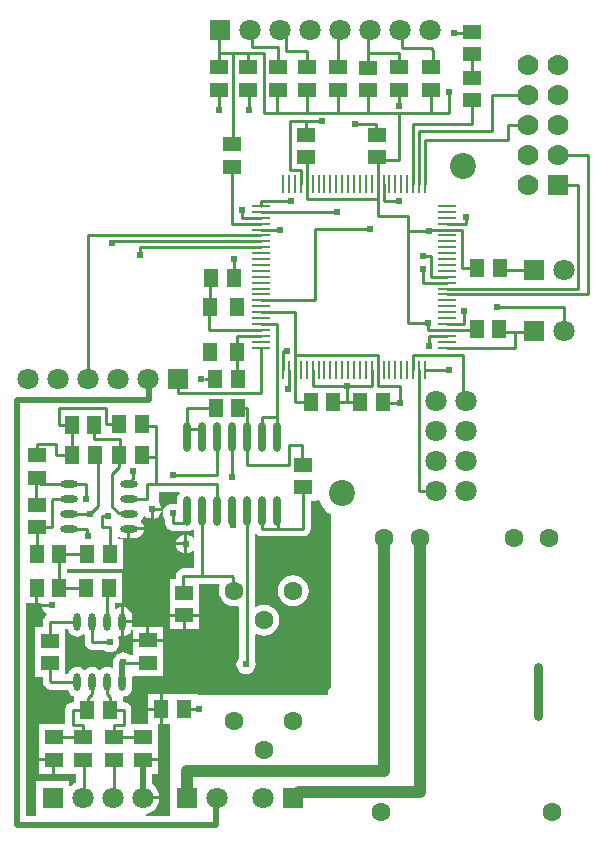
<source format=gtl>
%FSLAX25Y25*%
%MOIN*%
G70*
G01*
G75*
G04 Layer_Physical_Order=1*
G04 Layer_Color=255*
%ADD10O,0.02756X0.09843*%
%ADD11R,0.05118X0.05906*%
%ADD12R,0.05906X0.05118*%
%ADD13R,0.05118X0.06299*%
%ADD14R,0.05906X0.01063*%
%ADD15R,0.01063X0.05906*%
%ADD16O,0.05906X0.02362*%
%ADD17O,0.02362X0.05906*%
%ADD18C,0.04000*%
%ADD19C,0.01000*%
%ADD20C,0.02000*%
%ADD21C,0.03000*%
%ADD22C,0.06299*%
%ADD23R,0.07000X0.07000*%
%ADD24C,0.07000*%
%ADD25C,0.07087*%
%ADD26R,0.07087X0.07087*%
%ADD27C,0.08661*%
%ADD28C,0.02400*%
G36*
X57028Y113440D02*
X56557Y112826D01*
X56217Y112004D01*
X56101Y111122D01*
Y110036D01*
X55685Y109759D01*
X55560Y109810D01*
X54724Y109921D01*
X53889Y109810D01*
X53111Y109488D01*
X52442Y108975D01*
X51929Y108307D01*
X51607Y107528D01*
X51497Y106693D01*
X51607Y105858D01*
X51929Y105079D01*
X52175Y104758D01*
Y103543D01*
X52369Y102568D01*
X52922Y101741D01*
X53060Y101603D01*
X53887Y101051D01*
X54862Y100856D01*
X58355D01*
X58626Y100744D01*
X59508Y100628D01*
X60390Y100744D01*
X61211Y101085D01*
X61510Y101314D01*
X61959Y101093D01*
Y98707D01*
X61485Y98546D01*
X61337Y98739D01*
X60669Y99252D01*
X59891Y99574D01*
X59555Y99619D01*
Y96456D01*
Y93295D01*
X59891Y93339D01*
X60669Y93661D01*
X61337Y94174D01*
X61485Y94367D01*
X61959Y94207D01*
Y88317D01*
X58327D01*
X57351Y88123D01*
X56524Y87570D01*
X55972Y86743D01*
X55778Y85768D01*
Y84677D01*
X53709D01*
Y75559D01*
Y73138D01*
X63614D01*
Y75559D01*
Y83219D01*
X70131D01*
X70409Y82803D01*
X70180Y82250D01*
X70003Y80905D01*
X70180Y79561D01*
X70699Y78308D01*
X71524Y77233D01*
X72600Y76407D01*
X73852Y75889D01*
X75197Y75712D01*
X76541Y75889D01*
X76543Y75889D01*
X76959Y75612D01*
Y58664D01*
X76852Y58582D01*
X76339Y57913D01*
X76016Y57135D01*
X75906Y56299D01*
X76016Y55464D01*
X76339Y54685D01*
X76852Y54017D01*
X77520Y53504D01*
X78298Y53182D01*
X79134Y53072D01*
X79969Y53182D01*
X80748Y53504D01*
X81416Y54017D01*
X81929Y54685D01*
X82252Y55464D01*
X82362Y56299D01*
X82252Y57135D01*
X82057Y57604D01*
Y66274D01*
X82473Y66552D01*
X83695Y66046D01*
X85039Y65869D01*
X86384Y66046D01*
X87636Y66565D01*
X88712Y67390D01*
X89538Y68466D01*
X90056Y69719D01*
X90233Y71063D01*
X90056Y72407D01*
X89538Y73660D01*
X88712Y74736D01*
X87636Y75561D01*
X86384Y76080D01*
X85039Y76257D01*
X83695Y76080D01*
X82473Y75574D01*
X82057Y75852D01*
Y99882D01*
X82535Y100027D01*
X82705Y99772D01*
X83532Y99220D01*
X84508Y99026D01*
X98130D01*
X99105Y99220D01*
X99932Y99772D01*
X100485Y100599D01*
X100679Y101575D01*
Y110894D01*
X102984D01*
Y110951D01*
X103479Y111024D01*
X103684Y110346D01*
X104419Y108973D01*
X105406Y107769D01*
X106610Y106781D01*
X107480Y106316D01*
Y48884D01*
X106939Y48179D01*
X106536Y47206D01*
X106399Y46161D01*
Y45967D01*
X63024D01*
Y46291D01*
X51484D01*
Y41338D01*
Y36386D01*
X53740D01*
Y5880D01*
X45967D01*
X45934Y6379D01*
X46172Y6410D01*
X47520Y6969D01*
X48678Y7858D01*
X49567Y9015D01*
X50125Y10364D01*
X50250Y11311D01*
X44723D01*
Y12311D01*
X50250D01*
X50125Y13258D01*
X49567Y14607D01*
X48678Y15765D01*
X47750Y16476D01*
Y19949D01*
X49933D01*
Y24008D01*
X44979D01*
Y25008D01*
X49933D01*
Y27429D01*
Y36386D01*
X50484D01*
Y40839D01*
X46425D01*
Y36547D01*
X40935D01*
Y41240D01*
X40741Y42216D01*
X40188Y43043D01*
X39361Y43595D01*
X38386Y43789D01*
X38319D01*
Y45565D01*
X38744Y45621D01*
X39518Y45942D01*
X40182Y46452D01*
X40692Y47116D01*
X41013Y47890D01*
X41122Y48720D01*
Y52264D01*
X41136Y52282D01*
X41504Y52331D01*
X41504Y52331D01*
X41504Y52331D01*
X51409D01*
Y59811D01*
Y63870D01*
X41504D01*
Y59811D01*
Y59439D01*
X40380D01*
X39803Y59882D01*
X39024Y60204D01*
X38189Y60314D01*
X37354Y60204D01*
X36575Y59882D01*
X35907Y59369D01*
X35831Y59270D01*
X35774Y59226D01*
X35293Y58600D01*
X34991Y57870D01*
X34887Y57087D01*
Y55339D01*
X34472Y55062D01*
X33744Y55363D01*
X32913Y55472D01*
X32083Y55363D01*
X31309Y55042D01*
X30645Y54533D01*
X30182D01*
X29518Y55042D01*
X28744Y55363D01*
X27913Y55472D01*
X27083Y55363D01*
X26309Y55042D01*
X25645Y54533D01*
X25182D01*
X24518Y55042D01*
X23744Y55363D01*
X22913Y55472D01*
X22083Y55363D01*
X21309Y55042D01*
X20645Y54533D01*
X20135Y53868D01*
X19814Y53094D01*
X19807Y53041D01*
X18831D01*
Y59713D01*
Y68022D01*
X19807D01*
X19814Y67969D01*
X20135Y67195D01*
X20645Y66530D01*
X21309Y66021D01*
X22083Y65700D01*
X22913Y65591D01*
X23744Y65700D01*
X24518Y66021D01*
X24916Y66326D01*
X25364Y66105D01*
Y63681D01*
X25558Y62706D01*
X26111Y61879D01*
X26938Y61326D01*
X27913Y61132D01*
X31825D01*
X32146Y60886D01*
X32925Y60563D01*
X33760Y60453D01*
X34595Y60563D01*
X35374Y60886D01*
X36042Y61399D01*
X36555Y62067D01*
X36878Y62846D01*
X36988Y63681D01*
X36878Y64517D01*
X36555Y65295D01*
X36441Y65443D01*
X36746Y65840D01*
X37083Y65700D01*
X37413Y65657D01*
Y70570D01*
Y75485D01*
X37083Y75442D01*
X36309Y75121D01*
X35911Y74816D01*
X35462Y75037D01*
Y76839D01*
X37925D01*
Y86744D01*
X19380D01*
Y88256D01*
X21390D01*
Y88256D01*
X21390D01*
X21390Y88256D01*
X21721D01*
Y88256D01*
X38319D01*
Y98161D01*
X36573D01*
X36460Y98648D01*
X36757Y98795D01*
X36782Y98776D01*
X37555Y98456D01*
X38386Y98347D01*
X39658D01*
Y101556D01*
X40156D01*
Y102055D01*
X45072D01*
X45028Y102386D01*
X44708Y103159D01*
X44198Y103824D01*
Y104286D01*
X44708Y104951D01*
X45028Y105725D01*
X45504Y105852D01*
X45552Y105789D01*
X46221Y105276D01*
X46999Y104953D01*
X47335Y104909D01*
Y108072D01*
X47834D01*
Y108571D01*
X50996D01*
X50952Y108906D01*
X50630Y109685D01*
X50117Y110353D01*
X49869Y110543D01*
X50091Y110875D01*
X50285Y111850D01*
X50285Y111850D01*
X50285Y111850D01*
Y111850D01*
Y113888D01*
X56807D01*
X57028Y113440D01*
D02*
G37*
G36*
X9850Y76839D02*
X10876D01*
X11205Y76463D01*
X11208Y76484D01*
X14371D01*
Y75484D01*
X11208D01*
X11253Y75149D01*
X11575Y74370D01*
X12088Y73702D01*
X12756Y73189D01*
X12474Y72508D01*
X12272Y72373D01*
X12076Y72176D01*
X11523Y71350D01*
X11329Y70374D01*
Y68831D01*
X8925D01*
Y59713D01*
Y52232D01*
X11329D01*
Y50689D01*
X11523Y49714D01*
X12076Y48887D01*
X12272Y48690D01*
X13099Y48137D01*
X14075Y47943D01*
X19807D01*
X19814Y47890D01*
X20135Y47116D01*
X20645Y46452D01*
X21309Y45942D01*
X21721Y45771D01*
Y43789D01*
X21457D01*
X20481Y43595D01*
X19654Y43043D01*
X19102Y42216D01*
X18908Y41240D01*
Y36547D01*
X10106D01*
Y27429D01*
Y25008D01*
X15060D01*
Y24509D01*
X15559D01*
Y19949D01*
X22471D01*
Y16878D01*
X21929Y16653D01*
X20771Y15765D01*
X20741Y15726D01*
X20268Y15887D01*
Y17354D01*
X9181D01*
Y6268D01*
X9181D01*
Y6234D01*
X8828Y5880D01*
X5979D01*
Y76839D01*
X8850D01*
Y81792D01*
X9850D01*
Y76839D01*
D02*
G37*
%LPC*%
G36*
X51409Y68929D02*
X46957D01*
Y64870D01*
X51409D01*
Y68929D01*
D02*
G37*
G36*
X58161Y72138D02*
X53709D01*
Y68079D01*
X58161D01*
Y72138D01*
D02*
G37*
G36*
X41122Y70071D02*
X38413D01*
Y65657D01*
X38744Y65700D01*
X39518Y66021D01*
X40182Y66530D01*
X40692Y67195D01*
X41013Y67969D01*
X41504Y67904D01*
Y64870D01*
X45957D01*
Y68929D01*
X41504D01*
Y68929D01*
X41475D01*
X41122Y69283D01*
Y70071D01*
D02*
G37*
G36*
X14559Y24008D02*
X10106D01*
Y19949D01*
X14559D01*
Y24008D01*
D02*
G37*
G36*
X50484Y46291D02*
X46425D01*
Y41839D01*
X50484D01*
Y46291D01*
D02*
G37*
G36*
X63614Y72138D02*
X59161D01*
Y68079D01*
X63614D01*
Y72138D01*
D02*
G37*
G36*
X58555Y99619D02*
X58220Y99574D01*
X57441Y99252D01*
X56773Y98739D01*
X56260Y98071D01*
X55937Y97292D01*
X55893Y96957D01*
X58555D01*
Y99619D01*
D02*
G37*
G36*
X45072Y101055D02*
X40657D01*
Y98347D01*
X41929D01*
X42760Y98456D01*
X43533Y98776D01*
X44198Y99286D01*
X44708Y99951D01*
X45028Y100725D01*
X45072Y101055D01*
D02*
G37*
G36*
X50996Y107571D02*
X48335D01*
Y104909D01*
X48670Y104953D01*
X49448Y105276D01*
X50117Y105789D01*
X50630Y106457D01*
X50952Y107236D01*
X50996Y107571D01*
D02*
G37*
G36*
X38413Y75485D02*
Y71071D01*
X41122D01*
Y72342D01*
X41013Y73173D01*
X40692Y73947D01*
X40182Y74611D01*
X39518Y75121D01*
X38744Y75442D01*
X38413Y75485D01*
D02*
G37*
G36*
X94882Y86099D02*
X93538Y85923D01*
X92285Y85404D01*
X91209Y84578D01*
X90384Y83503D01*
X89865Y82250D01*
X89688Y80905D01*
X89865Y79561D01*
X90384Y78308D01*
X91209Y77233D01*
X92285Y76407D01*
X93538Y75889D01*
X94882Y75712D01*
X96226Y75889D01*
X97479Y76407D01*
X98555Y77233D01*
X99380Y78308D01*
X99899Y79561D01*
X100076Y80905D01*
X99899Y82250D01*
X99380Y83503D01*
X98555Y84578D01*
X97479Y85404D01*
X96226Y85923D01*
X94882Y86099D01*
D02*
G37*
G36*
X58555Y95957D02*
X55893D01*
X55937Y95621D01*
X56260Y94843D01*
X56773Y94174D01*
X57441Y93661D01*
X58220Y93339D01*
X58555Y93295D01*
Y95957D01*
D02*
G37*
%LPD*%
D10*
X59508Y107579D02*
D03*
X64508D02*
D03*
X69508D02*
D03*
X74508D02*
D03*
X79508D02*
D03*
X84508D02*
D03*
X89508D02*
D03*
X59508Y131988D02*
D03*
X64508D02*
D03*
X69508D02*
D03*
X74508D02*
D03*
X79508D02*
D03*
X84508D02*
D03*
X89508D02*
D03*
D11*
X100787Y143898D02*
D03*
X108268D02*
D03*
X44390Y126279D02*
D03*
X36909D02*
D03*
X16831Y81791D02*
D03*
X9350D02*
D03*
X28740Y126279D02*
D03*
X21260D02*
D03*
X117224Y143898D02*
D03*
X124705D02*
D03*
X67618Y185138D02*
D03*
X75098D02*
D03*
X68898Y151378D02*
D03*
X76378D02*
D03*
X163583Y168110D02*
D03*
X156102D02*
D03*
X156201Y188583D02*
D03*
X163681D02*
D03*
X26280Y93209D02*
D03*
X33760D02*
D03*
X44390Y136516D02*
D03*
X36909D02*
D03*
X33366Y81791D02*
D03*
X25886D02*
D03*
X16831Y93209D02*
D03*
X9350D02*
D03*
X21161Y136122D02*
D03*
X28642D02*
D03*
X69095Y141732D02*
D03*
X76575D02*
D03*
X26280Y41240D02*
D03*
X33760D02*
D03*
X58465Y41339D02*
D03*
X50984D02*
D03*
D12*
X9350Y102067D02*
D03*
Y109547D02*
D03*
X24902Y31988D02*
D03*
Y24508D02*
D03*
X35138D02*
D03*
Y31988D02*
D03*
X99213Y232874D02*
D03*
Y225394D02*
D03*
X122835D02*
D03*
Y232874D02*
D03*
X130118Y255315D02*
D03*
Y247835D02*
D03*
X79921D02*
D03*
Y255315D02*
D03*
X70079D02*
D03*
Y247835D02*
D03*
X46457Y64370D02*
D03*
Y56890D02*
D03*
X9350Y126083D02*
D03*
Y118602D02*
D03*
X15059Y31988D02*
D03*
Y24508D02*
D03*
X98032Y122933D02*
D03*
Y115453D02*
D03*
X44980Y31988D02*
D03*
Y24508D02*
D03*
X58661Y72638D02*
D03*
Y80118D02*
D03*
X154429Y244291D02*
D03*
Y251772D02*
D03*
X140945Y247835D02*
D03*
Y255315D02*
D03*
X119685Y255118D02*
D03*
Y247638D02*
D03*
X109843Y247835D02*
D03*
Y255315D02*
D03*
X99606D02*
D03*
Y247835D02*
D03*
X89764D02*
D03*
Y255315D02*
D03*
X74508Y229626D02*
D03*
Y222146D02*
D03*
X13878Y56791D02*
D03*
Y64272D02*
D03*
X154429Y259646D02*
D03*
Y267126D02*
D03*
D13*
X67224Y175295D02*
D03*
X76279Y160335D02*
D03*
X67224D02*
D03*
X76279Y175295D02*
D03*
D14*
X84153Y169783D02*
D03*
X146161Y187500D02*
D03*
X84153Y163878D02*
D03*
X146161Y175689D02*
D03*
Y179626D02*
D03*
Y173721D02*
D03*
Y209154D02*
D03*
Y207185D02*
D03*
Y205217D02*
D03*
Y201279D02*
D03*
Y199311D02*
D03*
Y197343D02*
D03*
Y195374D02*
D03*
Y193405D02*
D03*
Y191437D02*
D03*
Y189469D02*
D03*
Y185531D02*
D03*
Y183563D02*
D03*
Y177657D02*
D03*
Y171752D02*
D03*
Y167815D02*
D03*
Y163878D02*
D03*
X84153Y161909D02*
D03*
Y165847D02*
D03*
Y167815D02*
D03*
Y171752D02*
D03*
Y173721D02*
D03*
Y175689D02*
D03*
Y177657D02*
D03*
Y179626D02*
D03*
Y181595D02*
D03*
Y183563D02*
D03*
Y185531D02*
D03*
Y187500D02*
D03*
Y189469D02*
D03*
Y191437D02*
D03*
Y193405D02*
D03*
Y195374D02*
D03*
Y201279D02*
D03*
Y203248D02*
D03*
Y205217D02*
D03*
Y207185D02*
D03*
Y209154D02*
D03*
X146161Y169783D02*
D03*
Y203248D02*
D03*
Y181595D02*
D03*
X84153Y199311D02*
D03*
Y197343D02*
D03*
X146161Y161909D02*
D03*
Y165847D02*
D03*
D15*
X97441Y154528D02*
D03*
X99410D02*
D03*
X132874D02*
D03*
X130905D02*
D03*
X95472Y216535D02*
D03*
X93504D02*
D03*
X128937Y154528D02*
D03*
X91535Y216535D02*
D03*
X99410D02*
D03*
X101378D02*
D03*
X103347D02*
D03*
X105315D02*
D03*
X107283D02*
D03*
X109252D02*
D03*
X111221D02*
D03*
X113189D02*
D03*
X115157D02*
D03*
X117126D02*
D03*
X119095D02*
D03*
X121063D02*
D03*
X123031D02*
D03*
X126969D02*
D03*
X128937D02*
D03*
X132874D02*
D03*
X134843D02*
D03*
X136811D02*
D03*
X138779D02*
D03*
Y154528D02*
D03*
X136811D02*
D03*
X134843D02*
D03*
X126969D02*
D03*
X125000D02*
D03*
X123031D02*
D03*
X119095D02*
D03*
X117126D02*
D03*
X115157D02*
D03*
X113189D02*
D03*
X111221D02*
D03*
X109252D02*
D03*
X107283D02*
D03*
X105315D02*
D03*
X103347D02*
D03*
X95473D02*
D03*
X93504D02*
D03*
X91535D02*
D03*
X97441Y216535D02*
D03*
X101378Y154528D02*
D03*
X121063D02*
D03*
X125000Y216535D02*
D03*
X130905D02*
D03*
D16*
X20079Y116555D02*
D03*
Y111555D02*
D03*
Y106555D02*
D03*
Y101555D02*
D03*
X40157Y116555D02*
D03*
Y111555D02*
D03*
Y106555D02*
D03*
Y101555D02*
D03*
D17*
X22913Y50492D02*
D03*
X27913D02*
D03*
X32913D02*
D03*
X37913D02*
D03*
X22913Y70571D02*
D03*
X27913D02*
D03*
X32913D02*
D03*
X37913D02*
D03*
D18*
X59567Y20866D02*
X125197D01*
X96732Y13780D02*
X137008D01*
X94665Y11713D02*
X96732Y13780D01*
X125197Y20866D02*
Y98524D01*
X59567Y11713D02*
Y20866D01*
X137008Y13780D02*
Y98524D01*
D19*
X21161Y126279D02*
Y136122D01*
X15748Y126083D02*
X20965D01*
X15748D02*
Y129921D01*
X9350D02*
X15748D01*
X9350Y126083D02*
Y129921D01*
X16732Y136122D02*
X21161D01*
X16732D02*
Y141831D01*
X32480D01*
Y136516D02*
Y141831D01*
Y136516D02*
X36909D01*
X44390Y135827D02*
X49213D01*
X44390D02*
Y136516D01*
X49213Y125492D02*
Y135827D01*
X46260Y116437D02*
X49213D01*
X46260Y111555D02*
Y116437D01*
X40157Y111555D02*
X46260D01*
X49213Y116437D02*
X69390D01*
X49213D02*
Y125492D01*
X45177D02*
X49213D01*
X89508Y131988D02*
Y138740D01*
Y129035D02*
Y131988D01*
X84508D02*
Y138779D01*
Y129035D02*
Y131988D01*
X89468Y138779D02*
Y169783D01*
X84508Y138779D02*
X89468D01*
X76575Y141732D02*
X79508D01*
Y122854D02*
Y141732D01*
X62008D02*
X69095D01*
X59587D02*
X62008D01*
X59587Y134646D02*
Y141732D01*
X84153Y146653D02*
Y161909D01*
X56496Y146653D02*
X84153D01*
X56496D02*
Y151575D01*
X58465Y41339D02*
X63583D01*
X163091Y175394D02*
X185315D01*
Y167323D02*
Y175394D01*
X29921Y109055D02*
Y126279D01*
X20079Y106299D02*
X27165D01*
X37913Y56890D02*
X46457D01*
X37913Y50492D02*
Y56890D01*
X28740Y126279D02*
X29921D01*
X27165Y106299D02*
X29921Y109055D01*
X20079Y106299D02*
Y106555D01*
X69508Y119291D02*
Y129035D01*
X54806Y119291D02*
X69508D01*
X138779Y154528D02*
X146850D01*
X10905Y116457D02*
X25984D01*
X9154Y118209D02*
X10905Y116457D01*
X34646Y108931D02*
X36884Y106693D01*
X41201D01*
X34646Y108931D02*
Y119882D01*
X31102Y105905D02*
X33071D01*
X31102Y102264D02*
Y105905D01*
Y102264D02*
X33760D01*
X34646Y119882D02*
X36909Y122146D01*
X27913Y63681D02*
X33760D01*
X148425Y266929D02*
X154232D01*
X59508Y103405D02*
Y110138D01*
X128420Y247835D02*
X130118D01*
X131620Y261639D02*
X140920D01*
X131620D02*
Y261738D01*
X131299D02*
X131620D01*
X131299D02*
Y267717D01*
X140920Y261639D02*
X141339Y261221D01*
X130118Y255315D02*
Y260039D01*
X130020Y260138D02*
X130118Y260039D01*
X79699Y255315D02*
X79921D01*
X46850Y151969D02*
X48031Y153150D01*
X89961Y101575D02*
Y110138D01*
X84508Y101575D02*
Y110138D01*
Y101575D02*
X89961D01*
X89508Y110138D02*
X89961D01*
X36909Y122146D02*
Y126279D01*
X37008Y126378D01*
Y131398D01*
X28642D02*
X37008D01*
X28642D02*
Y136122D01*
X26299Y99193D02*
Y101457D01*
X20965D02*
X26299D01*
X110512Y267717D02*
X111299D01*
X109843D02*
X110512D01*
X70512D02*
X71299D01*
X99606Y255315D02*
Y260827D01*
X141339Y255709D02*
Y261221D01*
X74508Y118799D02*
Y129035D01*
X41437Y118032D02*
Y120768D01*
X27913Y63681D02*
Y70571D01*
X44390Y126279D02*
X45177Y125492D01*
X98150Y122854D02*
X98228Y122933D01*
X59508Y129035D02*
X59587Y129134D01*
X69508Y110138D02*
Y116319D01*
X14803Y111457D02*
X20965D01*
X14469Y111122D02*
X14803Y111457D01*
X14469Y102067D02*
Y111122D01*
X9154Y102067D02*
X14469D01*
X20965Y126083D02*
X21161Y126279D01*
X9154Y109547D02*
Y118209D01*
X9350Y93209D02*
Y101870D01*
X16831Y93209D02*
X26280D01*
X16831Y81791D02*
Y93209D01*
Y81791D02*
X25886D01*
X32913Y70571D02*
Y81339D01*
X13878Y64272D02*
Y70374D01*
X14075Y70571D01*
X22913D01*
X13878Y50689D02*
Y56791D01*
Y50689D02*
X14075Y50492D01*
X22913D01*
X33760Y41240D02*
X33957Y41437D01*
Y45571D01*
X32913Y46614D02*
X33957Y45571D01*
X32913Y46614D02*
Y50492D01*
X26476Y41437D02*
Y45177D01*
X27913Y46614D01*
Y50492D01*
X35138Y31988D02*
X45768D01*
X15059D02*
X24902D01*
X35020Y12106D02*
Y24390D01*
X25020Y12106D02*
Y24390D01*
X92421Y260827D02*
Y266595D01*
X91299Y267717D02*
X92421Y266595D01*
Y260827D02*
X99606D01*
X21457Y41240D02*
X26280D01*
X21457Y36220D02*
Y41240D01*
Y36220D02*
X24902D01*
Y31988D02*
Y36220D01*
X35138Y31988D02*
Y36122D01*
X38386D01*
X33760Y41240D02*
X38386D01*
Y36122D02*
Y41240D01*
X64508Y129035D02*
Y134646D01*
X59587Y129134D02*
Y134646D01*
X64508D01*
X33760Y93209D02*
Y102264D01*
X25984Y111417D02*
Y116457D01*
X67224Y185138D02*
X67618D01*
X76279Y165847D02*
X84153D01*
X76279Y160335D02*
Y165847D01*
X66929Y167815D02*
X84153D01*
X66929D02*
Y175295D01*
X67224D02*
Y185138D01*
X76279Y151378D02*
X76378D01*
X75689Y149901D02*
Y152461D01*
X76279Y151378D02*
Y160335D01*
X67913Y151181D02*
X68110Y151378D01*
X163878Y187795D02*
X175118D01*
X89961Y101575D02*
X98130D01*
Y114567D01*
X97244Y115453D02*
X98130Y114567D01*
X79508Y122854D02*
X93405D01*
Y129528D01*
X97244Y122933D02*
X97835Y123524D01*
Y129528D01*
X93405D02*
X97835D01*
X84153Y169783D02*
X89468D01*
X154429Y251772D02*
Y259646D01*
X136811Y114173D02*
Y154528D01*
Y114173D02*
X141732D01*
X134843Y154528D02*
Y159449D01*
X151575D01*
Y144173D02*
Y159449D01*
X140157Y165847D02*
X146161D01*
X138189Y183563D02*
X146161D01*
X138189D02*
Y188189D01*
Y192520D02*
X140945D01*
Y185531D02*
Y192520D01*
Y185531D02*
X146161D01*
Y201279D02*
X151181D01*
X156201Y188484D02*
Y188583D01*
X146161Y161909D02*
X168799D01*
X163386Y167126D02*
X168799D01*
X26496Y151575D02*
Y199311D01*
X84153D01*
X34547Y197343D02*
X84153D01*
X43898Y195374D02*
X84153D01*
X43898Y192815D02*
Y195374D01*
X91535Y160728D02*
X92716D01*
X91535Y154528D02*
Y160728D01*
X119685Y247638D02*
Y247835D01*
X89764Y255315D02*
Y262106D01*
X81299D02*
X89764D01*
X79921Y255315D02*
Y260236D01*
X85039D01*
X74902D02*
X79699D01*
X74902Y231004D02*
Y260236D01*
X70079Y267717D02*
X70512D01*
X77854Y205217D02*
X84153D01*
X77854D02*
Y207776D01*
X81299Y262106D02*
Y267717D01*
X74508Y203248D02*
X84153D01*
X74508D02*
Y222146D01*
X84153Y209154D02*
Y210827D01*
X94193D01*
X84153Y207185D02*
X109646D01*
X109843Y255315D02*
Y267717D01*
X84153Y177657D02*
X102165D01*
Y201575D01*
X120571D01*
X119685Y255118D02*
Y260138D01*
X130020D01*
X119685D02*
Y267717D01*
X93307Y148031D02*
X93504D01*
Y154528D01*
X146161Y181595D02*
X189961D01*
X183071Y225984D02*
X193012D01*
X84153Y201279D02*
X90453D01*
X123031Y149016D02*
Y154528D01*
Y149016D02*
X130413D01*
X95607Y143898D02*
X100787D01*
X101378Y149016D02*
Y154528D01*
X121063Y149016D02*
Y154528D01*
X95473D02*
X95607D01*
X123031D02*
Y159449D01*
X95607D02*
X123031D01*
Y211417D02*
Y216535D01*
X99410Y211417D02*
Y216535D01*
Y224311D01*
X84153Y173721D02*
X95607D01*
Y159449D02*
Y173721D01*
X139764Y167815D02*
Y170079D01*
Y167815D02*
X146161D01*
X140157Y162598D02*
Y165847D01*
X146161Y167815D02*
X154232D01*
X168799Y161909D02*
Y167126D01*
X175216D01*
Y168996D01*
X146161Y179626D02*
X193012D01*
Y225984D01*
X123031Y224410D02*
X130315D01*
X133071Y170079D02*
X139764D01*
X140059Y200942D02*
Y201279D01*
X151181Y188583D02*
X156201D01*
X151181Y188484D02*
Y188583D01*
Y201279D01*
X123031Y216535D02*
Y224410D01*
X133071Y170079D02*
Y200886D01*
X140059D01*
X138779Y216535D02*
Y231102D01*
X136811Y216535D02*
Y234252D01*
X161102D01*
X134843Y216535D02*
Y236614D01*
X154429D01*
Y244291D01*
X112992Y143898D02*
Y149016D01*
X108268Y143898D02*
X112992D01*
X117224D01*
X101378Y149016D02*
X112992D01*
X121063D01*
X99311Y237402D02*
X104331D01*
X115354Y236614D02*
X122638D01*
X97441Y216535D02*
Y221260D01*
X93701D02*
X97441D01*
X93701Y237402D02*
X99311D01*
X93701Y221260D02*
Y237402D01*
X99410Y211417D02*
X123031D01*
X70079Y255315D02*
Y260236D01*
X74902D01*
X125197Y210630D02*
X130315D01*
X125000D02*
Y216535D01*
X65354Y151378D02*
X68898D01*
X146161Y203248D02*
X152362D01*
Y205512D01*
X146161Y169783D02*
X151969D01*
Y174016D01*
X54862Y103405D02*
X59508D01*
X54724Y103543D02*
X54862Y103405D01*
X54724Y103543D02*
Y106693D01*
X64508Y85768D02*
Y110138D01*
Y85768D02*
X74350D01*
X74803Y85315D01*
Y80512D02*
Y85315D01*
X58327Y85768D02*
X64508D01*
X58327Y80453D02*
Y85768D01*
Y80453D02*
X58661Y80118D01*
X79134Y56299D02*
X79508Y56673D01*
Y110138D01*
X74508Y102756D02*
Y110138D01*
X75098Y185138D02*
Y191339D01*
X70177Y241240D02*
Y247835D01*
X80020Y241240D02*
Y247835D01*
X99311Y231890D02*
Y237402D01*
X122638Y231890D02*
Y236614D01*
X130118Y242520D02*
Y247835D01*
X161102Y234252D02*
Y246220D01*
X173071D01*
X138779Y231102D02*
X166339D01*
Y236221D02*
X173071D01*
X166339Y231102D02*
Y236221D01*
X182776Y216220D02*
X189961D01*
Y181595D02*
Y216220D01*
X130315Y240158D02*
X140945D01*
Y247835D01*
Y240158D02*
X146850D01*
Y247244D01*
X119685Y240158D02*
Y247638D01*
Y240158D02*
X130315D01*
Y224410D02*
Y240158D01*
X85039D02*
Y260236D01*
X89567Y247835D02*
X89764D01*
X85039Y240158D02*
X89567D01*
X99410Y247835D02*
X99606D01*
X89567Y240158D02*
X99410D01*
X109843D01*
X119685D01*
X109843D02*
Y247835D01*
X123031Y205709D02*
Y211417D01*
Y205709D02*
X133071D01*
Y200886D02*
Y205709D01*
X39862Y116457D02*
X41437Y118032D01*
X89567Y240158D02*
Y247835D01*
X70079Y260236D02*
Y267717D01*
X79699Y255315D02*
Y260236D01*
X95607Y143898D02*
Y154528D01*
Y159449D01*
X99410Y240158D02*
Y247835D01*
X124705Y143405D02*
X130413D01*
Y149016D01*
X154232Y167815D02*
X155905Y169488D01*
X140059Y201279D02*
X146161D01*
X151181Y188484D02*
X156201D01*
D20*
X44724Y11811D02*
Y24508D01*
Y24508D02*
X45768D01*
X2953Y144587D02*
X46850D01*
X37913Y50492D02*
Y57087D01*
X46850Y144587D02*
Y151969D01*
X2953Y2854D02*
Y144587D01*
Y2854D02*
X69291D01*
Y9173D01*
D21*
X176575Y39173D02*
Y55512D01*
D22*
X168504Y98524D02*
D03*
X137008D02*
D03*
X125197D02*
D03*
X180315D02*
D03*
X124213Y6988D02*
D03*
X181299D02*
D03*
X75197Y37598D02*
D03*
X94882D02*
D03*
X85039Y27756D02*
D03*
X75197Y80905D02*
D03*
X94882D02*
D03*
X85039Y71063D02*
D03*
D23*
X183071Y216220D02*
D03*
D24*
X173071D02*
D03*
X183071Y226220D02*
D03*
X173071D02*
D03*
X183071Y236221D02*
D03*
X173071D02*
D03*
X183071Y246220D02*
D03*
X173071D02*
D03*
X183071Y256221D02*
D03*
X173071D02*
D03*
D25*
X16496Y151575D02*
D03*
X46496D02*
D03*
X36496D02*
D03*
X26496D02*
D03*
X6496D02*
D03*
X84665Y11713D02*
D03*
X69567D02*
D03*
X24724Y11811D02*
D03*
X34724D02*
D03*
X44724D02*
D03*
X185118Y187795D02*
D03*
X185315Y167323D02*
D03*
X152362Y114173D02*
D03*
Y124173D02*
D03*
Y134173D02*
D03*
Y144173D02*
D03*
X142520Y114173D02*
D03*
Y124173D02*
D03*
Y134173D02*
D03*
Y144173D02*
D03*
X80512Y267717D02*
D03*
X90512D02*
D03*
X100512D02*
D03*
X110512D02*
D03*
X120512D02*
D03*
X130512D02*
D03*
X140512D02*
D03*
D26*
X56496Y151575D02*
D03*
X94665Y11713D02*
D03*
X59567D02*
D03*
X14724Y11811D02*
D03*
X175118Y187795D02*
D03*
X175315Y167323D02*
D03*
X70512Y267717D02*
D03*
D27*
X111024Y113386D02*
D03*
X151575Y222441D02*
D03*
D28*
X162894Y175394D02*
D03*
X54806Y119291D02*
D03*
X27165Y106299D02*
D03*
X146850Y154528D02*
D03*
X33071Y105905D02*
D03*
X25984Y111417D02*
D03*
X148425Y266929D02*
D03*
X70177Y241240D02*
D03*
X80020D02*
D03*
X26378Y99114D02*
D03*
X47835Y108071D02*
D03*
X74508Y118799D02*
D03*
X41437Y120768D02*
D03*
X33760Y63681D02*
D03*
X14370Y75984D02*
D03*
X138189Y188189D02*
D03*
Y192520D02*
D03*
X139764Y170079D02*
D03*
X140059Y200886D02*
D03*
X34547Y196752D02*
D03*
X43898Y192815D02*
D03*
X93307Y148031D02*
D03*
X92716Y160728D02*
D03*
X77854Y207776D02*
D03*
X109646Y207185D02*
D03*
X120571Y201575D02*
D03*
X94193Y210630D02*
D03*
X90453Y201279D02*
D03*
X130610Y143602D02*
D03*
X140157Y162598D02*
D03*
X146850Y247244D02*
D03*
X130315Y242520D02*
D03*
X104331Y237402D02*
D03*
X115354Y236614D02*
D03*
X130315Y210630D02*
D03*
X64173Y151575D02*
D03*
X75197Y191339D02*
D03*
X112992Y149016D02*
D03*
X152362Y205512D02*
D03*
X151969Y174016D02*
D03*
X63583Y41339D02*
D03*
X54724Y106693D02*
D03*
X79134Y56299D02*
D03*
X74803Y102756D02*
D03*
X59055Y96457D02*
D03*
X38189Y57087D02*
D03*
X176575Y39173D02*
D03*
X176870Y55512D02*
D03*
M02*

</source>
